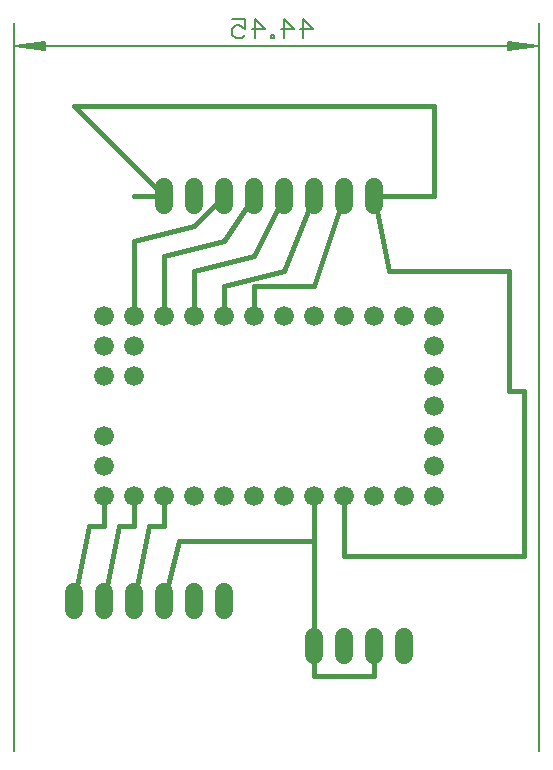
<source format=gbl>
G75*
%MOIN*%
%OFA0B0*%
%FSLAX25Y25*%
%IPPOS*%
%LPD*%
%AMOC8*
5,1,8,0,0,1.08239X$1,22.5*
%
%ADD10C,0.00512*%
%ADD11C,0.00600*%
%ADD12C,0.06600*%
%ADD13C,0.06000*%
%ADD14C,0.01600*%
D10*
X0001256Y0001256D02*
X0001256Y0243933D01*
X0001512Y0236256D02*
X0011492Y0235232D01*
X0011492Y0234999D02*
X0001512Y0236256D01*
X0011492Y0237280D01*
X0011492Y0237513D02*
X0011492Y0234999D01*
X0011492Y0235744D02*
X0001512Y0236256D01*
X0011492Y0236768D01*
X0011492Y0237513D02*
X0001512Y0236256D01*
X0176000Y0236256D01*
X0166020Y0235232D01*
X0166020Y0234999D02*
X0176000Y0236256D01*
X0166020Y0237280D01*
X0166020Y0237513D02*
X0166020Y0234999D01*
X0166020Y0235744D02*
X0176000Y0236256D01*
X0166020Y0236768D01*
X0166020Y0237513D02*
X0176000Y0236256D01*
X0176256Y0243933D02*
X0176256Y0001256D01*
D11*
X0097728Y0238818D02*
X0097728Y0245223D01*
X0100931Y0242020D01*
X0096661Y0242020D01*
X0094486Y0242020D02*
X0090215Y0242020D01*
X0088040Y0239885D02*
X0086972Y0239885D01*
X0086972Y0238818D01*
X0088040Y0238818D01*
X0088040Y0239885D01*
X0091283Y0238818D02*
X0091283Y0245223D01*
X0094486Y0242020D01*
X0084817Y0242020D02*
X0080547Y0242020D01*
X0078372Y0242020D02*
X0078372Y0245223D01*
X0074101Y0245223D01*
X0075169Y0243088D02*
X0074101Y0242020D01*
X0074101Y0239885D01*
X0075169Y0238818D01*
X0077304Y0238818D01*
X0078372Y0239885D01*
X0078372Y0242020D02*
X0076237Y0243088D01*
X0075169Y0243088D01*
X0081615Y0245223D02*
X0081615Y0238818D01*
X0084817Y0242020D02*
X0081615Y0245223D01*
D12*
X0081256Y0146256D03*
X0071256Y0146256D03*
X0061256Y0146256D03*
X0051256Y0146256D03*
X0041256Y0146256D03*
X0041256Y0136256D03*
X0041256Y0126256D03*
X0031256Y0126256D03*
X0031256Y0136256D03*
X0031256Y0146256D03*
X0031256Y0106256D03*
X0031256Y0096256D03*
X0031256Y0086256D03*
X0041256Y0086256D03*
X0051256Y0086256D03*
X0061256Y0086256D03*
X0071256Y0086256D03*
X0081256Y0086256D03*
X0091256Y0086256D03*
X0101256Y0086256D03*
X0111256Y0086256D03*
X0121256Y0086256D03*
X0131256Y0086256D03*
X0141256Y0086256D03*
X0141256Y0096256D03*
X0141256Y0106256D03*
X0141256Y0116256D03*
X0141256Y0126256D03*
X0141256Y0136256D03*
X0141256Y0146256D03*
X0131256Y0146256D03*
X0121256Y0146256D03*
X0111256Y0146256D03*
X0101256Y0146256D03*
X0091256Y0146256D03*
D13*
X0091256Y0183256D02*
X0091256Y0189256D01*
X0101256Y0189256D02*
X0101256Y0183256D01*
X0111256Y0183256D02*
X0111256Y0189256D01*
X0121256Y0189256D02*
X0121256Y0183256D01*
X0081256Y0183256D02*
X0081256Y0189256D01*
X0071256Y0189256D02*
X0071256Y0183256D01*
X0061256Y0183256D02*
X0061256Y0189256D01*
X0051256Y0189256D02*
X0051256Y0183256D01*
X0051256Y0054256D02*
X0051256Y0048256D01*
X0041256Y0048256D02*
X0041256Y0054256D01*
X0031256Y0054256D02*
X0031256Y0048256D01*
X0021256Y0048256D02*
X0021256Y0054256D01*
X0061256Y0054256D02*
X0061256Y0048256D01*
X0071256Y0048256D02*
X0071256Y0054256D01*
X0101256Y0039256D02*
X0101256Y0033256D01*
X0111256Y0033256D02*
X0111256Y0039256D01*
X0121256Y0039256D02*
X0121256Y0033256D01*
X0131256Y0033256D02*
X0131256Y0039256D01*
D14*
X0121256Y0036256D02*
X0121256Y0026256D01*
X0101256Y0026256D01*
X0101256Y0036256D01*
X0101256Y0071256D01*
X0056256Y0071256D01*
X0051256Y0051256D01*
X0041256Y0051256D02*
X0046256Y0076256D01*
X0051256Y0076256D01*
X0051256Y0086256D01*
X0041256Y0086256D02*
X0041256Y0076256D01*
X0036256Y0076256D01*
X0031256Y0051256D01*
X0021256Y0051256D02*
X0026256Y0076256D01*
X0031256Y0076256D01*
X0031256Y0086256D01*
X0041256Y0146256D02*
X0041256Y0171256D01*
X0061256Y0176256D01*
X0071256Y0186256D01*
X0081256Y0186256D02*
X0071256Y0171256D01*
X0051256Y0166256D01*
X0051256Y0146256D01*
X0061256Y0146256D02*
X0061256Y0161256D01*
X0081256Y0166256D01*
X0091256Y0186256D01*
X0101256Y0186256D02*
X0091256Y0161256D01*
X0071256Y0156256D01*
X0071256Y0146256D01*
X0081256Y0146256D02*
X0081256Y0156256D01*
X0101256Y0156256D01*
X0111256Y0186256D01*
X0121256Y0186256D02*
X0141256Y0186256D01*
X0141256Y0216256D01*
X0021256Y0216256D01*
X0051256Y0186256D01*
X0041256Y0186256D01*
X0101256Y0086256D02*
X0101256Y0071256D01*
X0111256Y0066256D02*
X0171256Y0066256D01*
X0171256Y0121256D01*
X0166256Y0121256D01*
X0166256Y0161256D01*
X0126256Y0161256D01*
X0121256Y0186256D01*
X0111256Y0086256D02*
X0111256Y0066256D01*
M02*

</source>
